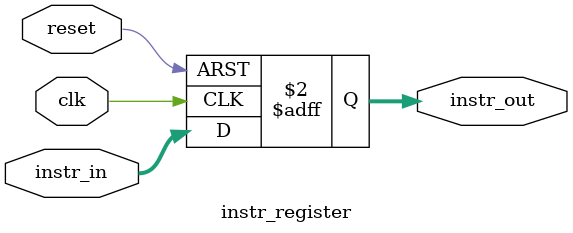
<source format=v>
module instr_register(
    input clk,                  // clock
    input reset,                // reset
    input [31:0] instr_in,      // instruction from memory
    output reg [31:0] instr_out // latched instruction for CPU
);

always @(posedge clk or posedge reset) begin
    if (reset)
        instr_out <= 32'b0;     // reset instruction to 0
    else
        instr_out <= instr_in;  // latch instruction on rising edge
end

endmodule


</source>
